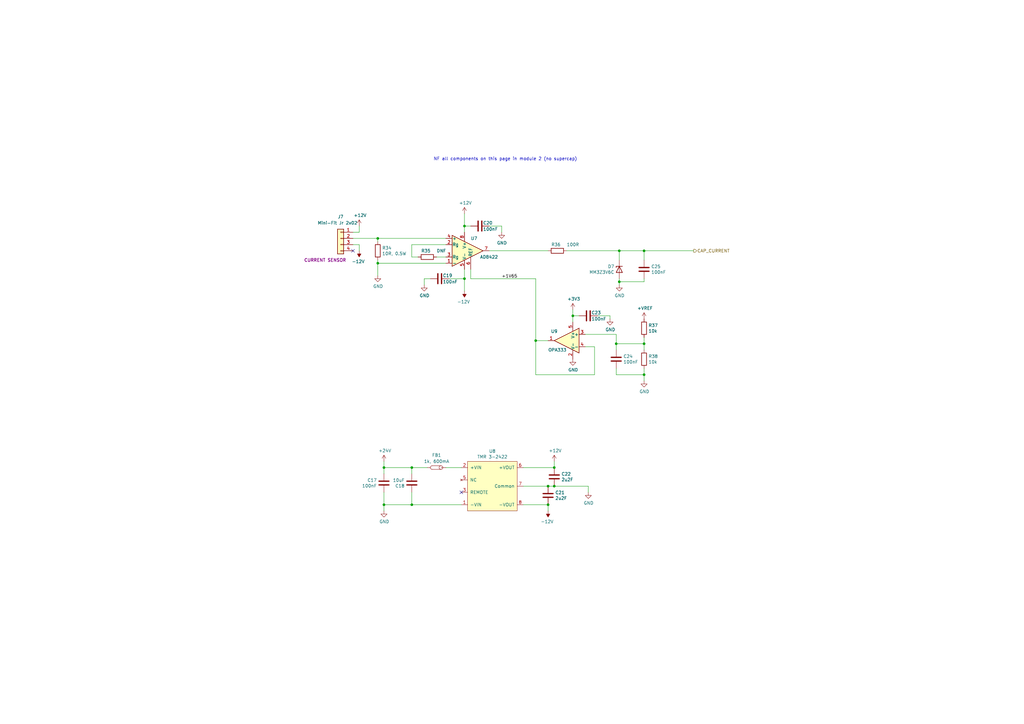
<source format=kicad_sch>
(kicad_sch (version 20211123) (generator eeschema)

  (uuid 567a04d6-5dce-4e5f-9e8e-f34010ecea5b)

  (paper "A3")

  (title_block
    (title "Loco Main Board")
    (date "2021-05-26")
    (rev "vA")
    (comment 1 "MJ")
  )

  (lib_symbols
    (symbol "RCAS_Connectors_Generic:Conn_01x04" (pin_names (offset 1.016) hide) (in_bom yes) (on_board yes)
      (property "Reference" "J" (id 0) (at 0 5.08 0)
        (effects (font (size 1.27 1.27)))
      )
      (property "Value" "Conn_01x04" (id 1) (at 0 -7.62 0)
        (effects (font (size 1.27 1.27)))
      )
      (property "Footprint" "" (id 2) (at 0 0 0)
        (effects (font (size 1.27 1.27)) hide)
      )
      (property "Datasheet" "~" (id 3) (at 0 0 0)
        (effects (font (size 1.27 1.27)) hide)
      )
      (property "ki_keywords" "connector" (id 4) (at 0 0 0)
        (effects (font (size 1.27 1.27)) hide)
      )
      (property "ki_description" "Generic connector, single row, 01x04, script generated (kicad-library-utils/schlib/autogen/connector/)" (id 5) (at 0 0 0)
        (effects (font (size 1.27 1.27)) hide)
      )
      (property "ki_fp_filters" "Connector*:*_1x??_*" (id 6) (at 0 0 0)
        (effects (font (size 1.27 1.27)) hide)
      )
      (symbol "Conn_01x04_1_1"
        (rectangle (start -1.27 -4.953) (end 0 -5.207)
          (stroke (width 0.1524) (type default) (color 0 0 0 0))
          (fill (type none))
        )
        (rectangle (start -1.27 -2.413) (end 0 -2.667)
          (stroke (width 0.1524) (type default) (color 0 0 0 0))
          (fill (type none))
        )
        (rectangle (start -1.27 0.127) (end 0 -0.127)
          (stroke (width 0.1524) (type default) (color 0 0 0 0))
          (fill (type none))
        )
        (rectangle (start -1.27 2.667) (end 0 2.413)
          (stroke (width 0.1524) (type default) (color 0 0 0 0))
          (fill (type none))
        )
        (rectangle (start -1.27 3.81) (end 1.27 -6.35)
          (stroke (width 0.254) (type default) (color 0 0 0 0))
          (fill (type background))
        )
        (pin passive line (at -5.08 2.54 0) (length 3.81)
          (name "Pin_1" (effects (font (size 1.27 1.27))))
          (number "1" (effects (font (size 1.27 1.27))))
        )
        (pin passive line (at -5.08 0 0) (length 3.81)
          (name "Pin_2" (effects (font (size 1.27 1.27))))
          (number "2" (effects (font (size 1.27 1.27))))
        )
        (pin passive line (at -5.08 -2.54 0) (length 3.81)
          (name "Pin_3" (effects (font (size 1.27 1.27))))
          (number "3" (effects (font (size 1.27 1.27))))
        )
        (pin passive line (at -5.08 -5.08 0) (length 3.81)
          (name "Pin_4" (effects (font (size 1.27 1.27))))
          (number "4" (effects (font (size 1.27 1.27))))
        )
      )
    )
    (symbol "RCAS_Diodes:D_Zener" (pin_numbers hide) (pin_names (offset 1.016) hide) (in_bom yes) (on_board yes)
      (property "Reference" "D" (id 0) (at 0 2.54 0)
        (effects (font (size 1.27 1.27)))
      )
      (property "Value" "D_Zener" (id 1) (at 0 -2.54 0)
        (effects (font (size 1.27 1.27)))
      )
      (property "Footprint" "" (id 2) (at 0 0 0)
        (effects (font (size 1.27 1.27)) hide)
      )
      (property "Datasheet" "~" (id 3) (at 0 0 0)
        (effects (font (size 1.27 1.27)) hide)
      )
      (property "ki_keywords" "diode" (id 4) (at 0 0 0)
        (effects (font (size 1.27 1.27)) hide)
      )
      (property "ki_description" "Zener diode" (id 5) (at 0 0 0)
        (effects (font (size 1.27 1.27)) hide)
      )
      (property "ki_fp_filters" "TO-???* *_Diode_* *SingleDiode* D_*" (id 6) (at 0 0 0)
        (effects (font (size 1.27 1.27)) hide)
      )
      (symbol "D_Zener_0_1"
        (polyline
          (pts
            (xy 1.27 0)
            (xy -1.27 0)
          )
          (stroke (width 0) (type default) (color 0 0 0 0))
          (fill (type none))
        )
        (polyline
          (pts
            (xy -1.27 -1.27)
            (xy -1.27 1.27)
            (xy -0.762 1.27)
          )
          (stroke (width 0.254) (type default) (color 0 0 0 0))
          (fill (type none))
        )
        (polyline
          (pts
            (xy 1.27 -1.27)
            (xy 1.27 1.27)
            (xy -1.27 0)
            (xy 1.27 -1.27)
          )
          (stroke (width 0.254) (type default) (color 0 0 0 0))
          (fill (type none))
        )
      )
      (symbol "D_Zener_1_1"
        (pin passive line (at -3.81 0 0) (length 2.54)
          (name "K" (effects (font (size 1.27 1.27))))
          (number "1" (effects (font (size 1.27 1.27))))
        )
        (pin passive line (at 3.81 0 180) (length 2.54)
          (name "A" (effects (font (size 1.27 1.27))))
          (number "2" (effects (font (size 1.27 1.27))))
        )
      )
    )
    (symbol "RCAS_Instrumentation_Amplifiers:INA826" (pin_names (offset 0.127)) (in_bom yes) (on_board yes)
      (property "Reference" "U" (id 0) (at 3.81 3.175 0)
        (effects (font (size 1.27 1.27)) (justify left))
      )
      (property "Value" "INA826" (id 1) (at 3.81 -3.175 0)
        (effects (font (size 1.27 1.27)) (justify left))
      )
      (property "Footprint" "" (id 2) (at 2.54 0 0)
        (effects (font (size 1.27 1.27)) hide)
      )
      (property "Datasheet" "" (id 3) (at 2.54 0 0)
        (effects (font (size 1.27 1.27)) hide)
      )
      (property "ki_keywords" "instrumentation opamp" (id 4) (at 0 0 0)
        (effects (font (size 1.27 1.27)) hide)
      )
      (property "ki_description" "Precision, Rail to Rail Output, 3V - 36V Supply, Instrumentation Amplifier, Gain 1 to 1000" (id 5) (at 0 0 0)
        (effects (font (size 1.27 1.27)) hide)
      )
      (symbol "INA826_0_1"
        (polyline
          (pts
            (xy 7.62 0)
            (xy -5.08 6.35)
            (xy -5.08 -6.35)
            (xy 7.62 0)
          )
          (stroke (width 0.254) (type default) (color 0 0 0 0))
          (fill (type background))
        )
      )
      (symbol "INA826_1_1"
        (pin input line (at -7.62 -5.08 0) (length 2.54)
          (name "-" (effects (font (size 1.27 1.27))))
          (number "1" (effects (font (size 1.27 1.27))))
        )
        (pin passive line (at -7.62 2.54 0) (length 2.54)
          (name "Rg" (effects (font (size 1.27 1.27))))
          (number "2" (effects (font (size 1.27 1.27))))
        )
        (pin passive line (at -7.62 -2.54 0) (length 2.54)
          (name "Rg" (effects (font (size 1.27 1.27))))
          (number "3" (effects (font (size 1.27 1.27))))
        )
        (pin input line (at -7.62 5.08 0) (length 2.54)
          (name "+" (effects (font (size 1.27 1.27))))
          (number "4" (effects (font (size 1.27 1.27))))
        )
        (pin power_in line (at 0 -7.62 90) (length 3.81)
          (name "V-" (effects (font (size 1.27 1.27))))
          (number "5" (effects (font (size 1.27 1.27))))
        )
        (pin input line (at 2.54 -7.62 90) (length 5.08)
          (name "REF" (effects (font (size 1.27 1.27))))
          (number "6" (effects (font (size 1.27 1.27))))
        )
        (pin output line (at 10.16 0 180) (length 2.54)
          (name "~" (effects (font (size 1.27 1.27))))
          (number "7" (effects (font (size 1.27 1.27))))
        )
        (pin power_in line (at 0 7.62 270) (length 3.81)
          (name "V+" (effects (font (size 1.27 1.27))))
          (number "8" (effects (font (size 1.27 1.27))))
        )
      )
    )
    (symbol "RCAS_Op-Amps:Op-Amp_Generic_SOT23-5_1OUT,2V-,3IN+,4IN-,5V+" (pin_names (offset 0.127)) (in_bom yes) (on_board yes)
      (property "Reference" "U" (id 0) (at 2.54 5.08 0)
        (effects (font (size 1.27 1.27)))
      )
      (property "Value" "Op-Amp_Generic_SOT23-5_1OUT,2V-,3IN+,4IN-,5V+" (id 1) (at 27.94 -5.08 0)
        (effects (font (size 1.27 1.27)))
      )
      (property "Footprint" "" (id 2) (at 0 0 0)
        (effects (font (size 0.762 0.762)) hide)
      )
      (property "Datasheet" "" (id 3) (at 0 0 0)
        (effects (font (size 0.762 0.762)) hide)
      )
      (symbol "Op-Amp_Generic_SOT23-5_1OUT,2V-,3IN+,4IN-,5V+_1_1"
        (polyline
          (pts
            (xy -2.54 5.08)
            (xy 7.62 0)
            (xy -2.54 -5.08)
            (xy -2.54 5.08)
          )
          (stroke (width 0.254) (type default) (color 0 0 0 0))
          (fill (type background))
        )
        (pin output line (at 10.16 0 180) (length 2.54)
          (name "~" (effects (font (size 1.27 1.27))))
          (number "1" (effects (font (size 1.27 1.27))))
        )
        (pin power_in line (at 0 -7.62 90) (length 3.81)
          (name "V-" (effects (font (size 1.27 1.27))))
          (number "2" (effects (font (size 1.27 1.27))))
        )
        (pin input line (at -5.08 2.54 0) (length 2.54)
          (name "+" (effects (font (size 1.27 1.27))))
          (number "3" (effects (font (size 1.27 1.27))))
        )
        (pin input line (at -5.08 -2.54 0) (length 2.54)
          (name "-" (effects (font (size 1.27 1.27))))
          (number "4" (effects (font (size 1.27 1.27))))
        )
        (pin power_in line (at 0 7.62 270) (length 3.81)
          (name "V+" (effects (font (size 1.27 1.27))))
          (number "5" (effects (font (size 1.27 1.27))))
        )
      )
    )
    (symbol "RCAS_Passives:Capacitor" (pin_numbers hide) (pin_names (offset 0.254)) (in_bom yes) (on_board yes)
      (property "Reference" "C" (id 0) (at 0.635 2.54 0)
        (effects (font (size 1.27 1.27)) (justify left))
      )
      (property "Value" "Capacitor" (id 1) (at 0.635 -2.54 0)
        (effects (font (size 1.27 1.27)) (justify left))
      )
      (property "Footprint" "" (id 2) (at 0.9652 -3.81 0)
        (effects (font (size 1.27 1.27)) hide)
      )
      (property "Datasheet" "~" (id 3) (at 0 0 0)
        (effects (font (size 1.27 1.27)) hide)
      )
      (property "ki_keywords" "cap capacitor" (id 4) (at 0 0 0)
        (effects (font (size 1.27 1.27)) hide)
      )
      (property "ki_description" "Unpolarized capacitor" (id 5) (at 0 0 0)
        (effects (font (size 1.27 1.27)) hide)
      )
      (property "ki_fp_filters" "C_*" (id 6) (at 0 0 0)
        (effects (font (size 1.27 1.27)) hide)
      )
      (symbol "Capacitor_0_1"
        (polyline
          (pts
            (xy -2.032 -0.762)
            (xy 2.032 -0.762)
          )
          (stroke (width 0.508) (type default) (color 0 0 0 0))
          (fill (type none))
        )
        (polyline
          (pts
            (xy -2.032 0.762)
            (xy 2.032 0.762)
          )
          (stroke (width 0.508) (type default) (color 0 0 0 0))
          (fill (type none))
        )
      )
      (symbol "Capacitor_1_1"
        (pin passive line (at 0 3.81 270) (length 2.794)
          (name "~" (effects (font (size 1.27 1.27))))
          (number "1" (effects (font (size 1.27 1.27))))
        )
        (pin passive line (at 0 -3.81 90) (length 2.794)
          (name "~" (effects (font (size 1.27 1.27))))
          (number "2" (effects (font (size 1.27 1.27))))
        )
      )
    )
    (symbol "RCAS_Passives:Ferrite_Bead" (pin_numbers hide) (pin_names (offset 0)) (in_bom yes) (on_board yes)
      (property "Reference" "FB" (id 0) (at -1.905 0.635 90)
        (effects (font (size 1.27 1.27)))
      )
      (property "Value" "Ferrite_Bead" (id 1) (at 1.905 0.635 90)
        (effects (font (size 1.27 1.27)))
      )
      (property "Footprint" "" (id 2) (at -3.048 1.27 90)
        (effects (font (size 1.27 1.27)) hide)
      )
      (property "Datasheet" "~" (id 3) (at -1.27 1.27 0)
        (effects (font (size 1.27 1.27)) hide)
      )
      (property "ki_keywords" "L ferrite bead inductor filter" (id 4) (at 0 0 0)
        (effects (font (size 1.27 1.27)) hide)
      )
      (property "ki_description" "Ferrite bead" (id 5) (at 0 0 0)
        (effects (font (size 1.27 1.27)) hide)
      )
      (property "ki_fp_filters" "Inductor_* L_* *Ferrite*" (id 6) (at 0 0 0)
        (effects (font (size 1.27 1.27)) hide)
      )
      (symbol "Ferrite_Bead_0_1"
        (arc (start -0.762 -1.778) (mid 0 -2.54) (end 0.762 -1.778)
          (stroke (width 0) (type default) (color 0 0 0 0))
          (fill (type none))
        )
        (polyline
          (pts
            (xy -0.762 -1.778)
            (xy -0.762 1.778)
          )
          (stroke (width 0) (type default) (color 0 0 0 0))
          (fill (type none))
        )
        (polyline
          (pts
            (xy 0.762 -1.778)
            (xy 0.762 1.778)
          )
          (stroke (width 0) (type default) (color 0 0 0 0))
          (fill (type none))
        )
        (circle (center 0 1.778) (radius 0.762)
          (stroke (width 0) (type default) (color 0 0 0 0))
          (fill (type none))
        )
      )
      (symbol "Ferrite_Bead_1_1"
        (pin passive line (at 0 3.81 270) (length 2.032)
          (name "~" (effects (font (size 1.27 1.27))))
          (number "1" (effects (font (size 1.27 1.27))))
        )
        (pin passive line (at 0 -3.81 90) (length 1.27)
          (name "~" (effects (font (size 1.27 1.27))))
          (number "2" (effects (font (size 1.27 1.27))))
        )
      )
    )
    (symbol "RCAS_Passives:Resistor" (pin_numbers hide) (pin_names (offset 0)) (in_bom yes) (on_board yes)
      (property "Reference" "R" (id 0) (at 2.032 0 90)
        (effects (font (size 1.27 1.27)))
      )
      (property "Value" "Resistor" (id 1) (at 0 0 90)
        (effects (font (size 1.27 1.27)))
      )
      (property "Footprint" "" (id 2) (at -1.778 0 90)
        (effects (font (size 1.27 1.27)) hide)
      )
      (property "Datasheet" "~" (id 3) (at 0 0 0)
        (effects (font (size 1.27 1.27)) hide)
      )
      (property "ki_keywords" "R res resistor" (id 4) (at 0 0 0)
        (effects (font (size 1.27 1.27)) hide)
      )
      (property "ki_description" "Resistor" (id 5) (at 0 0 0)
        (effects (font (size 1.27 1.27)) hide)
      )
      (property "ki_fp_filters" "R_*" (id 6) (at 0 0 0)
        (effects (font (size 1.27 1.27)) hide)
      )
      (symbol "Resistor_0_1"
        (rectangle (start -1.016 -2.54) (end 1.016 2.54)
          (stroke (width 0.254) (type default) (color 0 0 0 0))
          (fill (type none))
        )
      )
      (symbol "Resistor_1_1"
        (pin passive line (at 0 3.81 270) (length 1.27)
          (name "~" (effects (font (size 1.27 1.27))))
          (number "1" (effects (font (size 1.27 1.27))))
        )
        (pin passive line (at 0 -3.81 90) (length 1.27)
          (name "~" (effects (font (size 1.27 1.27))))
          (number "2" (effects (font (size 1.27 1.27))))
        )
      )
    )
    (symbol "RCAS_Power_Symbols:+12V0" (power) (pin_names (offset 0)) (in_bom yes) (on_board yes)
      (property "Reference" "#PWR" (id 0) (at 0 -3.81 0)
        (effects (font (size 1.27 1.27)) hide)
      )
      (property "Value" "+12V0" (id 1) (at 0 3.556 0)
        (effects (font (size 1.27 1.27)))
      )
      (property "Footprint" "" (id 2) (at 0 0 0)
        (effects (font (size 1.27 1.27)) hide)
      )
      (property "Datasheet" "" (id 3) (at 0 0 0)
        (effects (font (size 1.27 1.27)) hide)
      )
      (property "ki_keywords" "power-flag" (id 4) (at 0 0 0)
        (effects (font (size 1.27 1.27)) hide)
      )
      (property "ki_description" "Power symbol creates a global label with name \"+12V0\"" (id 5) (at 0 0 0)
        (effects (font (size 1.27 1.27)) hide)
      )
      (symbol "+12V0_0_1"
        (polyline
          (pts
            (xy -0.762 1.27)
            (xy 0 2.54)
          )
          (stroke (width 0) (type default) (color 0 0 0 0))
          (fill (type none))
        )
        (polyline
          (pts
            (xy 0 0)
            (xy 0 2.54)
          )
          (stroke (width 0) (type default) (color 0 0 0 0))
          (fill (type none))
        )
        (polyline
          (pts
            (xy 0 2.54)
            (xy 0.762 1.27)
          )
          (stroke (width 0) (type default) (color 0 0 0 0))
          (fill (type none))
        )
      )
      (symbol "+12V0_1_1"
        (pin power_in line (at 0 0 90) (length 0) hide
          (name "+12V" (effects (font (size 1.27 1.27))))
          (number "1" (effects (font (size 1.27 1.27))))
        )
      )
    )
    (symbol "RCAS_Power_Symbols:+24V0" (power) (pin_names (offset 0)) (in_bom yes) (on_board yes)
      (property "Reference" "#PWR" (id 0) (at 0 -3.81 0)
        (effects (font (size 1.27 1.27)) hide)
      )
      (property "Value" "+24V0" (id 1) (at 0 3.556 0)
        (effects (font (size 1.27 1.27)))
      )
      (property "Footprint" "" (id 2) (at 0 0 0)
        (effects (font (size 1.27 1.27)) hide)
      )
      (property "Datasheet" "" (id 3) (at 0 0 0)
        (effects (font (size 1.27 1.27)) hide)
      )
      (property "ki_keywords" "power-flag" (id 4) (at 0 0 0)
        (effects (font (size 1.27 1.27)) hide)
      )
      (property "ki_description" "Power symbol creates a global label with name \"+24V0\"" (id 5) (at 0 0 0)
        (effects (font (size 1.27 1.27)) hide)
      )
      (symbol "+24V0_0_1"
        (polyline
          (pts
            (xy -0.762 1.27)
            (xy 0 2.54)
          )
          (stroke (width 0) (type default) (color 0 0 0 0))
          (fill (type none))
        )
        (polyline
          (pts
            (xy 0 0)
            (xy 0 2.54)
          )
          (stroke (width 0) (type default) (color 0 0 0 0))
          (fill (type none))
        )
        (polyline
          (pts
            (xy 0 2.54)
            (xy 0.762 1.27)
          )
          (stroke (width 0) (type default) (color 0 0 0 0))
          (fill (type none))
        )
      )
      (symbol "+24V0_1_1"
        (pin power_in line (at 0 0 90) (length 0) hide
          (name "+24V" (effects (font (size 1.27 1.27))))
          (number "1" (effects (font (size 1.27 1.27))))
        )
      )
    )
    (symbol "RCAS_Power_Symbols:+3V3" (power) (pin_names (offset 0)) (in_bom yes) (on_board yes)
      (property "Reference" "#PWR" (id 0) (at 0 -3.81 0)
        (effects (font (size 1.27 1.27)) hide)
      )
      (property "Value" "+3V3" (id 1) (at 0 3.556 0)
        (effects (font (size 1.27 1.27)))
      )
      (property "Footprint" "" (id 2) (at 0 0 0)
        (effects (font (size 1.27 1.27)) hide)
      )
      (property "Datasheet" "" (id 3) (at 0 0 0)
        (effects (font (size 1.27 1.27)) hide)
      )
      (property "ki_keywords" "power-flag" (id 4) (at 0 0 0)
        (effects (font (size 1.27 1.27)) hide)
      )
      (property "ki_description" "Power symbol creates a global label with name \"+3V3\"" (id 5) (at 0 0 0)
        (effects (font (size 1.27 1.27)) hide)
      )
      (symbol "+3V3_0_1"
        (polyline
          (pts
            (xy -0.762 1.27)
            (xy 0 2.54)
          )
          (stroke (width 0) (type default) (color 0 0 0 0))
          (fill (type none))
        )
        (polyline
          (pts
            (xy 0 0)
            (xy 0 2.54)
          )
          (stroke (width 0) (type default) (color 0 0 0 0))
          (fill (type none))
        )
        (polyline
          (pts
            (xy 0 2.54)
            (xy 0.762 1.27)
          )
          (stroke (width 0) (type default) (color 0 0 0 0))
          (fill (type none))
        )
      )
      (symbol "+3V3_1_1"
        (pin power_in line (at 0 0 90) (length 0) hide
          (name "+3V3" (effects (font (size 1.27 1.27))))
          (number "1" (effects (font (size 1.27 1.27))))
        )
      )
    )
    (symbol "RCAS_Power_Symbols:+VREF" (power) (pin_names (offset 0)) (in_bom yes) (on_board yes)
      (property "Reference" "#PWR" (id 0) (at 0 -3.81 0)
        (effects (font (size 1.27 1.27)) hide)
      )
      (property "Value" "+VREF" (id 1) (at 0 3.556 0)
        (effects (font (size 1.27 1.27)))
      )
      (property "Footprint" "" (id 2) (at 0 0 0)
        (effects (font (size 1.27 1.27)) hide)
      )
      (property "Datasheet" "" (id 3) (at 0 0 0)
        (effects (font (size 1.27 1.27)) hide)
      )
      (property "ki_keywords" "power-flag" (id 4) (at 0 0 0)
        (effects (font (size 1.27 1.27)) hide)
      )
      (property "ki_description" "Power symbol creates a global label with name \"+VBAT\"" (id 5) (at 0 0 0)
        (effects (font (size 1.27 1.27)) hide)
      )
      (symbol "+VREF_0_1"
        (polyline
          (pts
            (xy -0.762 1.27)
            (xy 0 2.54)
          )
          (stroke (width 0) (type default) (color 0 0 0 0))
          (fill (type none))
        )
        (polyline
          (pts
            (xy 0 0)
            (xy 0 2.54)
          )
          (stroke (width 0) (type default) (color 0 0 0 0))
          (fill (type none))
        )
        (polyline
          (pts
            (xy 0 2.54)
            (xy 0.762 1.27)
          )
          (stroke (width 0) (type default) (color 0 0 0 0))
          (fill (type none))
        )
      )
      (symbol "+VREF_1_1"
        (pin power_in line (at 0 0 90) (length 0) hide
          (name "+VREF" (effects (font (size 1.27 1.27))))
          (number "1" (effects (font (size 1.27 1.27))))
        )
      )
    )
    (symbol "RCAS_Power_Symbols:-12V0" (power) (pin_names (offset 0)) (in_bom yes) (on_board yes)
      (property "Reference" "#PWR" (id 0) (at 0 2.54 0)
        (effects (font (size 1.27 1.27)) hide)
      )
      (property "Value" "-12V0" (id 1) (at 0 3.81 0)
        (effects (font (size 1.27 1.27)))
      )
      (property "Footprint" "" (id 2) (at 0 0 0)
        (effects (font (size 1.27 1.27)) hide)
      )
      (property "Datasheet" "" (id 3) (at 0 0 0)
        (effects (font (size 1.27 1.27)) hide)
      )
      (property "ki_keywords" "power-flag" (id 4) (at 0 0 0)
        (effects (font (size 1.27 1.27)) hide)
      )
      (property "ki_description" "Power symbol creates a global label with name \"-12V0\"" (id 5) (at 0 0 0)
        (effects (font (size 1.27 1.27)) hide)
      )
      (symbol "-12V0_0_0"
        (pin power_in line (at 0 0 90) (length 0) hide
          (name "-12V" (effects (font (size 1.27 1.27))))
          (number "1" (effects (font (size 1.27 1.27))))
        )
      )
      (symbol "-12V0_0_1"
        (polyline
          (pts
            (xy 0 0)
            (xy 0 1.27)
            (xy 0.762 1.27)
            (xy 0 2.54)
            (xy -0.762 1.27)
            (xy 0 1.27)
          )
          (stroke (width 0) (type default) (color 0 0 0 0))
          (fill (type outline))
        )
      )
    )
    (symbol "RCAS_Power_Symbols:GND" (power) (pin_names (offset 0)) (in_bom yes) (on_board yes)
      (property "Reference" "#PWR" (id 0) (at 0 -6.35 0)
        (effects (font (size 1.27 1.27)) hide)
      )
      (property "Value" "GND" (id 1) (at 0 -3.81 0)
        (effects (font (size 1.27 1.27)))
      )
      (property "Footprint" "" (id 2) (at 0 0 0)
        (effects (font (size 1.27 1.27)) hide)
      )
      (property "Datasheet" "" (id 3) (at 0 0 0)
        (effects (font (size 1.27 1.27)) hide)
      )
      (property "ki_keywords" "power-flag" (id 4) (at 0 0 0)
        (effects (font (size 1.27 1.27)) hide)
      )
      (property "ki_description" "Power symbol creates a global label with name \"GND\" , ground" (id 5) (at 0 0 0)
        (effects (font (size 1.27 1.27)) hide)
      )
      (symbol "GND_0_1"
        (polyline
          (pts
            (xy 0 0)
            (xy 0 -1.27)
            (xy 1.27 -1.27)
            (xy 0 -2.54)
            (xy -1.27 -1.27)
            (xy 0 -1.27)
          )
          (stroke (width 0) (type default) (color 0 0 0 0))
          (fill (type none))
        )
      )
      (symbol "GND_1_1"
        (pin power_in line (at 0 0 270) (length 0) hide
          (name "GND" (effects (font (size 1.27 1.27))))
          (number "1" (effects (font (size 1.27 1.27))))
        )
      )
    )
    (symbol "RCAS_Regulators_Switch-Mode:TRACO_TMR3_Series_Dual_Output" (pin_names (offset 1.016)) (in_bom yes) (on_board yes)
      (property "Reference" "U" (id 0) (at 0 15.24 0)
        (effects (font (size 1.27 1.27)))
      )
      (property "Value" "TRACO_TMR3_Series_Dual_Output" (id 1) (at 0 12.7 0)
        (effects (font (size 1.27 1.27)))
      )
      (property "Footprint" "" (id 2) (at 0 12.7 0)
        (effects (font (size 1.27 1.27)) hide)
      )
      (property "Datasheet" "" (id 3) (at 0 12.7 0)
        (effects (font (size 1.27 1.27)) hide)
      )
      (property "ki_description" "3W Isolated DC-DC converter, SIP8, Dual Output" (id 4) (at 0 0 0)
        (effects (font (size 1.27 1.27)) hide)
      )
      (symbol "TRACO_TMR3_Series_Dual_Output_0_0"
        (pin power_in line (at -12.7 -7.62 0) (length 2.54)
          (name "-VIN" (effects (font (size 1.27 1.27))))
          (number "1" (effects (font (size 1.27 1.27))))
        )
        (pin power_in line (at -12.7 7.62 0) (length 2.54)
          (name "+VIN" (effects (font (size 1.27 1.27))))
          (number "2" (effects (font (size 1.27 1.27))))
        )
        (pin input line (at -12.7 -2.54 0) (length 2.54)
          (name "REMOTE" (effects (font (size 1.27 1.27))))
          (number "3" (effects (font (size 1.27 1.27))))
        )
        (pin no_connect line (at -12.7 2.54 0) (length 2.54)
          (name "NC" (effects (font (size 1.27 1.27))))
          (number "5" (effects (font (size 1.27 1.27))))
        )
        (pin power_out line (at 12.7 7.62 180) (length 2.54)
          (name "+VOUT" (effects (font (size 1.27 1.27))))
          (number "6" (effects (font (size 1.27 1.27))))
        )
        (pin passive line (at 12.7 0 180) (length 2.54)
          (name "Common" (effects (font (size 1.27 1.27))))
          (number "7" (effects (font (size 1.27 1.27))))
        )
        (pin power_out line (at 12.7 -7.62 180) (length 2.54)
          (name "-VOUT" (effects (font (size 1.27 1.27))))
          (number "8" (effects (font (size 1.27 1.27))))
        )
      )
      (symbol "TRACO_TMR3_Series_Dual_Output_0_1"
        (rectangle (start -10.16 10.16) (end 10.16 -10.16)
          (stroke (width 0) (type default) (color 0 0 0 0))
          (fill (type background))
        )
      )
    )
  )

  (junction (at 264.16 140.97) (diameter 0) (color 0 0 0 0)
    (uuid 0208dcec-5844-41d6-8382-4437ac8ac82d)
  )
  (junction (at 224.79 199.39) (diameter 0) (color 0 0 0 0)
    (uuid 09321bf4-1ea1-49b5-b1f9-ac29d6606a74)
  )
  (junction (at 190.5 114.3) (diameter 0) (color 0 0 0 0)
    (uuid 4625ef31-ba9f-4b3e-8ebc-93b4658ad74a)
  )
  (junction (at 252.73 140.97) (diameter 0) (color 0 0 0 0)
    (uuid 4c069f0b-8c76-44a0-a999-7bd72a3e8dee)
  )
  (junction (at 227.33 199.39) (diameter 0) (color 0 0 0 0)
    (uuid 5b867f3d-ce38-4d21-95dd-fe114f76e9dc)
  )
  (junction (at 224.79 207.01) (diameter 0) (color 0 0 0 0)
    (uuid 6dfa921c-8a4f-4fcf-a0e7-8718b6271ea9)
  )
  (junction (at 254 115.57) (diameter 0) (color 0 0 0 0)
    (uuid 704ba6e6-ee13-4d9d-b544-d836a743bdda)
  )
  (junction (at 254 102.87) (diameter 0) (color 0 0 0 0)
    (uuid 7147b342-4ca8-4694-a1ec-b615c151a5d0)
  )
  (junction (at 168.91 191.77) (diameter 0) (color 0 0 0 0)
    (uuid 7cbc8c8d-fbc1-4902-ac93-6c241131aada)
  )
  (junction (at 234.95 129.54) (diameter 0) (color 0 0 0 0)
    (uuid 85621d90-361e-49b6-9449-b54a16cce021)
  )
  (junction (at 154.94 97.79) (diameter 0) (color 0 0 0 0)
    (uuid 86f6faec-7eee-404c-a73a-2ae625f33d8c)
  )
  (junction (at 264.16 102.87) (diameter 0) (color 0 0 0 0)
    (uuid 8eacb9d3-c41d-4b39-abd1-0bc8f2e97411)
  )
  (junction (at 157.48 191.77) (diameter 0) (color 0 0 0 0)
    (uuid 96815f61-f3f5-43c2-b68f-856577233f16)
  )
  (junction (at 154.94 107.95) (diameter 0) (color 0 0 0 0)
    (uuid a16dbf15-8f5b-4766-b048-90ba89efcc02)
  )
  (junction (at 227.33 191.77) (diameter 0) (color 0 0 0 0)
    (uuid ab26a42e-b7f6-4a80-b26c-c01085e448c7)
  )
  (junction (at 157.48 207.01) (diameter 0) (color 0 0 0 0)
    (uuid ad4fcc27-bf1e-4e2e-ab26-9b8032da7693)
  )
  (junction (at 264.16 153.67) (diameter 0) (color 0 0 0 0)
    (uuid bf26cee8-9c9f-4547-9a40-e7028b986d1e)
  )
  (junction (at 219.71 139.7) (diameter 0) (color 0 0 0 0)
    (uuid bf3524aa-7451-4bff-a4df-53f0aa1c0aeb)
  )
  (junction (at 168.91 207.01) (diameter 0) (color 0 0 0 0)
    (uuid c7524402-4dbd-4d05-888d-edab7e79a150)
  )
  (junction (at 190.5 92.71) (diameter 0) (color 0 0 0 0)
    (uuid ca2c5f3f-362b-4808-b8c2-86726d31aa11)
  )

  (no_connect (at 144.78 102.87) (uuid 76a87642-211c-44f2-a488-190d6dc3728e))
  (no_connect (at 189.23 201.93) (uuid d36e7ed4-f2bc-4d88-86ae-317d3c24af1a))

  (wire (pts (xy 147.32 92.71) (xy 147.32 95.25))
    (stroke (width 0) (type default) (color 0 0 0 0))
    (uuid 03d57b22-a0ad-4d3d-9d1c-5573371e6c2f)
  )
  (wire (pts (xy 232.41 102.87) (xy 254 102.87))
    (stroke (width 0) (type default) (color 0 0 0 0))
    (uuid 062fbe79-da43-4e6a-bd6f-509557f2df9b)
  )
  (wire (pts (xy 179.07 105.41) (xy 182.88 105.41))
    (stroke (width 0) (type default) (color 0 0 0 0))
    (uuid 0674c5a1-ca4b-4b6b-aa60-3847e1a37d52)
  )
  (wire (pts (xy 168.91 191.77) (xy 157.48 191.77))
    (stroke (width 0) (type default) (color 0 0 0 0))
    (uuid 098afe52-27f0-4ec0-bf39-4eb766d2a851)
  )
  (wire (pts (xy 154.94 107.95) (xy 182.88 107.95))
    (stroke (width 0) (type default) (color 0 0 0 0))
    (uuid 0aa1e38d-f07a-4820-b628-a171234563bb)
  )
  (wire (pts (xy 252.73 140.97) (xy 252.73 143.51))
    (stroke (width 0) (type default) (color 0 0 0 0))
    (uuid 121b7b08-bed9-441b-b060-efed31f37089)
  )
  (wire (pts (xy 252.73 140.97) (xy 264.16 140.97))
    (stroke (width 0) (type default) (color 0 0 0 0))
    (uuid 14a3cbec-b1b9-4736-8e00-ba5be98954ab)
  )
  (wire (pts (xy 157.48 191.77) (xy 157.48 194.31))
    (stroke (width 0) (type default) (color 0 0 0 0))
    (uuid 1558a593-7554-4709-a27f-f70400a2199d)
  )
  (wire (pts (xy 193.04 114.3) (xy 193.04 110.49))
    (stroke (width 0) (type default) (color 0 0 0 0))
    (uuid 1569382e-a4f5-4166-a19c-b78580f8c980)
  )
  (wire (pts (xy 147.32 95.25) (xy 144.78 95.25))
    (stroke (width 0) (type default) (color 0 0 0 0))
    (uuid 159c8092-f459-40eb-b409-c2cace814e6e)
  )
  (wire (pts (xy 168.91 194.31) (xy 168.91 191.77))
    (stroke (width 0) (type default) (color 0 0 0 0))
    (uuid 1a1da3ab-0792-420a-a2dd-c670f9cd52e8)
  )
  (wire (pts (xy 182.88 97.79) (xy 154.94 97.79))
    (stroke (width 0) (type default) (color 0 0 0 0))
    (uuid 1a85ffd6-ef8b-418f-990e-456d1ffab00e)
  )
  (wire (pts (xy 219.71 139.7) (xy 224.79 139.7))
    (stroke (width 0) (type default) (color 0 0 0 0))
    (uuid 1d2d8ec8-1f1b-4d06-9a35-eff8e386bdb8)
  )
  (wire (pts (xy 154.94 97.79) (xy 154.94 99.06))
    (stroke (width 0) (type default) (color 0 0 0 0))
    (uuid 1f01b2a1-9ae4-4793-9d17-5ed5c0966b9f)
  )
  (wire (pts (xy 193.04 114.3) (xy 219.71 114.3))
    (stroke (width 0) (type default) (color 0 0 0 0))
    (uuid 22614aba-2c26-4590-8e12-a7a6b6de48de)
  )
  (wire (pts (xy 254 102.87) (xy 254 106.68))
    (stroke (width 0) (type default) (color 0 0 0 0))
    (uuid 226f524c-89b4-46ed-86fd-c8ea41059fd4)
  )
  (wire (pts (xy 264.16 115.57) (xy 254 115.57))
    (stroke (width 0) (type default) (color 0 0 0 0))
    (uuid 2949af22-2432-469e-9f07-eee60be8acbd)
  )
  (wire (pts (xy 224.79 209.55) (xy 224.79 207.01))
    (stroke (width 0) (type default) (color 0 0 0 0))
    (uuid 2fea3f9c-a97b-4a77-88f7-98b3d8a00622)
  )
  (wire (pts (xy 157.48 189.23) (xy 157.48 191.77))
    (stroke (width 0) (type default) (color 0 0 0 0))
    (uuid 2ff15691-c9f8-4e08-a694-3230522780fc)
  )
  (wire (pts (xy 200.66 102.87) (xy 224.79 102.87))
    (stroke (width 0) (type default) (color 0 0 0 0))
    (uuid 39614f9f-2df5-492b-a093-45b7a48e295d)
  )
  (wire (pts (xy 243.84 142.24) (xy 243.84 153.67))
    (stroke (width 0) (type default) (color 0 0 0 0))
    (uuid 3bdaeac5-b4b7-4a96-b0da-b5e1b46798c2)
  )
  (wire (pts (xy 254 102.87) (xy 264.16 102.87))
    (stroke (width 0) (type default) (color 0 0 0 0))
    (uuid 3ce4c631-4e8b-4ee6-a520-34bf7b12880c)
  )
  (wire (pts (xy 264.16 102.87) (xy 264.16 106.68))
    (stroke (width 0) (type default) (color 0 0 0 0))
    (uuid 3cfddd47-0913-4692-89bb-8a69d22be5a7)
  )
  (wire (pts (xy 173.99 116.84) (xy 173.99 114.3))
    (stroke (width 0) (type default) (color 0 0 0 0))
    (uuid 3f206607-332e-4c96-8963-5302804f476f)
  )
  (wire (pts (xy 254 116.84) (xy 254 115.57))
    (stroke (width 0) (type default) (color 0 0 0 0))
    (uuid 3f9f133b-59b8-4791-b0ab-6fa861da9e3f)
  )
  (wire (pts (xy 219.71 153.67) (xy 219.71 139.7))
    (stroke (width 0) (type default) (color 0 0 0 0))
    (uuid 401b5a0c-f502-4551-9d61-fa50a303707e)
  )
  (wire (pts (xy 245.11 129.54) (xy 250.19 129.54))
    (stroke (width 0) (type default) (color 0 0 0 0))
    (uuid 4375ab9a-cebb-448a-bb75-1fa4fe977171)
  )
  (wire (pts (xy 264.16 156.21) (xy 264.16 153.67))
    (stroke (width 0) (type default) (color 0 0 0 0))
    (uuid 4e66ba18-389e-4ff9-97c1-8bd8fb047a01)
  )
  (wire (pts (xy 254 115.57) (xy 254 114.3))
    (stroke (width 0) (type default) (color 0 0 0 0))
    (uuid 51320c8c-9c4a-48b8-a7b8-e2c8d1f2e5ad)
  )
  (wire (pts (xy 189.23 191.77) (xy 182.88 191.77))
    (stroke (width 0) (type default) (color 0 0 0 0))
    (uuid 5b29962f-685a-409c-915c-9c4a92ed442a)
  )
  (wire (pts (xy 168.91 207.01) (xy 189.23 207.01))
    (stroke (width 0) (type default) (color 0 0 0 0))
    (uuid 5e27f565-c85a-4f3b-9862-58c0accdd5e3)
  )
  (wire (pts (xy 237.49 129.54) (xy 234.95 129.54))
    (stroke (width 0) (type default) (color 0 0 0 0))
    (uuid 61eb7a4f-888e-4082-9c74-1d94f58e7c05)
  )
  (wire (pts (xy 184.15 114.3) (xy 190.5 114.3))
    (stroke (width 0) (type default) (color 0 0 0 0))
    (uuid 6e21d8a8-05db-450e-863d-764ba51b5b58)
  )
  (wire (pts (xy 190.5 92.71) (xy 190.5 87.63))
    (stroke (width 0) (type default) (color 0 0 0 0))
    (uuid 6f3f676d-a47a-4e8c-8d6e-02275a3490d7)
  )
  (wire (pts (xy 264.16 114.3) (xy 264.16 115.57))
    (stroke (width 0) (type default) (color 0 0 0 0))
    (uuid 7983b95c-14e4-4dec-ab4e-09c81071d9de)
  )
  (wire (pts (xy 214.63 207.01) (xy 224.79 207.01))
    (stroke (width 0) (type default) (color 0 0 0 0))
    (uuid 7d3a9372-4f99-452e-9767-51a31df66106)
  )
  (wire (pts (xy 241.3 201.93) (xy 241.3 199.39))
    (stroke (width 0) (type default) (color 0 0 0 0))
    (uuid 7f4b7c2c-9af8-4317-9338-c2a6d8990ded)
  )
  (wire (pts (xy 264.16 102.87) (xy 284.48 102.87))
    (stroke (width 0) (type default) (color 0 0 0 0))
    (uuid 832b1e20-f118-4505-ad00-93c040f2f83d)
  )
  (wire (pts (xy 168.91 100.33) (xy 182.88 100.33))
    (stroke (width 0) (type default) (color 0 0 0 0))
    (uuid 835d4ac3-3fb1-48d9-8c28-6093fe917376)
  )
  (wire (pts (xy 227.33 199.39) (xy 241.3 199.39))
    (stroke (width 0) (type default) (color 0 0 0 0))
    (uuid 89be6ff8-dff7-4df0-876d-d5989d658e36)
  )
  (wire (pts (xy 168.91 201.93) (xy 168.91 207.01))
    (stroke (width 0) (type default) (color 0 0 0 0))
    (uuid 9050328c-80d1-449f-94a8-27658961ba9d)
  )
  (wire (pts (xy 219.71 139.7) (xy 219.71 114.3))
    (stroke (width 0) (type default) (color 0 0 0 0))
    (uuid 92822296-9b31-4c78-bfe1-2dc7c2e425bc)
  )
  (wire (pts (xy 190.5 92.71) (xy 193.04 92.71))
    (stroke (width 0) (type default) (color 0 0 0 0))
    (uuid 934c5f28-c928-4621-8122-b999b3ed10dd)
  )
  (wire (pts (xy 243.84 153.67) (xy 219.71 153.67))
    (stroke (width 0) (type default) (color 0 0 0 0))
    (uuid 9475edbb-286b-4bed-b5f0-0b68a18bdc52)
  )
  (wire (pts (xy 157.48 209.55) (xy 157.48 207.01))
    (stroke (width 0) (type default) (color 0 0 0 0))
    (uuid 9ba85d0a-e58f-45a8-9d86-ad6c976003b7)
  )
  (wire (pts (xy 252.73 137.16) (xy 252.73 140.97))
    (stroke (width 0) (type default) (color 0 0 0 0))
    (uuid 9d2af601-5327-4706-9acb-978b65e95af5)
  )
  (wire (pts (xy 264.16 140.97) (xy 264.16 143.51))
    (stroke (width 0) (type default) (color 0 0 0 0))
    (uuid 9fa58e42-4d1f-4e7f-a5a2-6fc9857446e3)
  )
  (wire (pts (xy 264.16 138.43) (xy 264.16 140.97))
    (stroke (width 0) (type default) (color 0 0 0 0))
    (uuid a2ead14b-89a8-4438-a7df-7876de28e69a)
  )
  (wire (pts (xy 224.79 199.39) (xy 214.63 199.39))
    (stroke (width 0) (type default) (color 0 0 0 0))
    (uuid a3a9b316-86eb-411d-82d0-37407c2e4142)
  )
  (wire (pts (xy 190.5 119.38) (xy 190.5 114.3))
    (stroke (width 0) (type default) (color 0 0 0 0))
    (uuid a6694369-d7a9-41d0-a88e-8a3c16982564)
  )
  (wire (pts (xy 224.79 199.39) (xy 227.33 199.39))
    (stroke (width 0) (type default) (color 0 0 0 0))
    (uuid aa52a4ee-249d-4f84-a65a-9c1702b5bb75)
  )
  (wire (pts (xy 168.91 105.41) (xy 168.91 100.33))
    (stroke (width 0) (type default) (color 0 0 0 0))
    (uuid aae29862-3850-48eb-b7a8-38a62a8029dd)
  )
  (wire (pts (xy 240.03 137.16) (xy 252.73 137.16))
    (stroke (width 0) (type default) (color 0 0 0 0))
    (uuid ac0e5582-f44c-4bc2-8ae7-2c3f1115fb00)
  )
  (wire (pts (xy 250.19 129.54) (xy 250.19 130.81))
    (stroke (width 0) (type default) (color 0 0 0 0))
    (uuid aeaaa120-9cc5-4520-9a70-067fbc8f5b7b)
  )
  (wire (pts (xy 173.99 114.3) (xy 176.53 114.3))
    (stroke (width 0) (type default) (color 0 0 0 0))
    (uuid b20fb198-6b0b-4cab-9ba8-ea9b46e8088f)
  )
  (wire (pts (xy 144.78 100.33) (xy 147.32 100.33))
    (stroke (width 0) (type default) (color 0 0 0 0))
    (uuid b4afdd30-7a78-4cd8-8670-bb6dd787dcdc)
  )
  (wire (pts (xy 252.73 153.67) (xy 252.73 151.13))
    (stroke (width 0) (type default) (color 0 0 0 0))
    (uuid cc5561df-9d20-4574-af60-64f10025a0ed)
  )
  (wire (pts (xy 154.94 113.03) (xy 154.94 107.95))
    (stroke (width 0) (type default) (color 0 0 0 0))
    (uuid cebfc912-6282-4a1e-923e-74c4961c2aad)
  )
  (wire (pts (xy 168.91 191.77) (xy 175.26 191.77))
    (stroke (width 0) (type default) (color 0 0 0 0))
    (uuid d0060422-f68b-4ffa-bca8-6f70dc4f862d)
  )
  (wire (pts (xy 171.45 105.41) (xy 168.91 105.41))
    (stroke (width 0) (type default) (color 0 0 0 0))
    (uuid d0111086-5d68-4ab0-b707-7da6b263c90b)
  )
  (wire (pts (xy 144.78 97.79) (xy 154.94 97.79))
    (stroke (width 0) (type default) (color 0 0 0 0))
    (uuid d3db736b-0e33-4126-b950-5488923df40e)
  )
  (wire (pts (xy 168.91 207.01) (xy 157.48 207.01))
    (stroke (width 0) (type default) (color 0 0 0 0))
    (uuid d5128f0b-0a4f-4337-a7f7-9a3dfe4ad4f9)
  )
  (wire (pts (xy 240.03 142.24) (xy 243.84 142.24))
    (stroke (width 0) (type default) (color 0 0 0 0))
    (uuid da7e6488-201f-4286-b86a-ca5aced3697a)
  )
  (wire (pts (xy 264.16 151.13) (xy 264.16 153.67))
    (stroke (width 0) (type default) (color 0 0 0 0))
    (uuid dc0df782-a446-4364-8dc7-0190637b5f77)
  )
  (wire (pts (xy 214.63 191.77) (xy 227.33 191.77))
    (stroke (width 0) (type default) (color 0 0 0 0))
    (uuid e2349eb5-0f2d-4c2a-b154-1cfe1ab9cd91)
  )
  (wire (pts (xy 154.94 106.68) (xy 154.94 107.95))
    (stroke (width 0) (type default) (color 0 0 0 0))
    (uuid e2df2a45-3811-4210-89e0-9a66f3cb9430)
  )
  (wire (pts (xy 234.95 127) (xy 234.95 129.54))
    (stroke (width 0) (type default) (color 0 0 0 0))
    (uuid e315fb88-f764-4ec7-a92b-006692d5e26f)
  )
  (wire (pts (xy 205.74 92.71) (xy 205.74 95.25))
    (stroke (width 0) (type default) (color 0 0 0 0))
    (uuid e62e65e6-b466-4769-8746-eb8cd9450c76)
  )
  (wire (pts (xy 234.95 129.54) (xy 234.95 132.08))
    (stroke (width 0) (type default) (color 0 0 0 0))
    (uuid e75a90f1-d275-4ca6-86ea-4b6dddffab59)
  )
  (wire (pts (xy 227.33 189.23) (xy 227.33 191.77))
    (stroke (width 0) (type default) (color 0 0 0 0))
    (uuid e8558fbd-ea42-43a6-966a-7bd304bdfaad)
  )
  (wire (pts (xy 264.16 153.67) (xy 252.73 153.67))
    (stroke (width 0) (type default) (color 0 0 0 0))
    (uuid f2a44eaf-666f-422c-bb4d-a717499c3d1a)
  )
  (wire (pts (xy 190.5 95.25) (xy 190.5 92.71))
    (stroke (width 0) (type default) (color 0 0 0 0))
    (uuid f413d088-6fb9-4a8a-88fd-666ff68b7fdf)
  )
  (wire (pts (xy 147.32 100.33) (xy 147.32 102.87))
    (stroke (width 0) (type default) (color 0 0 0 0))
    (uuid f46fb303-7470-41c0-b6e8-4553c1d6503f)
  )
  (wire (pts (xy 200.66 92.71) (xy 205.74 92.71))
    (stroke (width 0) (type default) (color 0 0 0 0))
    (uuid f7c5fcef-379b-481f-a910-961b8aba9e9d)
  )
  (wire (pts (xy 190.5 114.3) (xy 190.5 110.49))
    (stroke (width 0) (type default) (color 0 0 0 0))
    (uuid fa574bf3-ac2e-449d-91be-bcb1e35bdaba)
  )
  (wire (pts (xy 157.48 201.93) (xy 157.48 207.01))
    (stroke (width 0) (type default) (color 0 0 0 0))
    (uuid fed6a1e7-e233-4dff-87e0-8992a65c8dd0)
  )

  (text "NF all components on this page in module 2 (no supercap)"
    (at 177.8 66.04 0)
    (effects (font (size 1.27 1.27)) (justify left bottom))
    (uuid 99c0b885-9395-4eaa-a204-8d7dea094883)
  )

  (label "+1V65" (at 205.74 114.3 0)
    (effects (font (size 1.27 1.27)) (justify left bottom))
    (uuid 4116bfc2-eab3-4c29-a983-44eacd9f10f5)
  )

  (hierarchical_label "CAP_CURRENT" (shape output) (at 284.48 102.87 0)
    (effects (font (size 1.27 1.27)) (justify left))
    (uuid 56bbedad-6259-4443-b321-0ffa1f89c336)
  )

  (symbol (lib_id "RCAS_Op-Amps:Op-Amp_Generic_SOT23-5_1OUT,2V-,3IN+,4IN-,5V+") (at 234.95 139.7 0) (mirror y) (unit 1)
    (in_bom yes) (on_board yes)
    (uuid 00000000-0000-0000-0000-0000605bc497)
    (property "Reference" "U9" (id 0) (at 227.33 135.89 0))
    (property "Value" "OPA333" (id 1) (at 228.6 143.51 0))
    (property "Footprint" "RCAS_Package_TO_SOT_SMD:SOT-23-5_HandSoldering" (id 2) (at 234.95 139.7 0)
      (effects (font (size 0.762 0.762)) hide)
    )
    (property "Datasheet" "" (id 3) (at 234.95 139.7 0)
      (effects (font (size 0.762 0.762)) hide)
    )
    (property "Description" "Single Op-Amp, Zero Drift, Rail to Rail, SOT23-5" (id 4) (at 234.95 139.7 0)
      (effects (font (size 1.27 1.27)) hide)
    )
    (property "Manufacturer" "Texas Instruments" (id 5) (at 234.95 139.7 0)
      (effects (font (size 1.27 1.27)) hide)
    )
    (property "Manufacturer Part Number" "OPA333AIDBVR" (id 6) (at 234.95 139.7 0)
      (effects (font (size 1.27 1.27)) hide)
    )
    (property "Supplier" "Digikey" (id 7) (at 234.95 139.7 0)
      (effects (font (size 1.27 1.27)) hide)
    )
    (property "Supplier Part Number" "296-26269-1-ND" (id 8) (at 234.95 139.7 0)
      (effects (font (size 1.27 1.27)) hide)
    )
    (property "Cost" "1.83" (id 9) (at 234.95 139.7 0)
      (effects (font (size 1.27 1.27)) hide)
    )
    (property "LCSC" "C30878" (id 10) (at 234.95 139.7 0)
      (effects (font (size 1.27 1.27)) hide)
    )
    (property "Part Description" "Zero-Drift Amplifier 1 Circuit Rail-to-Rail SOT-23-5" (id 11) (at 234.95 139.7 0)
      (effects (font (size 1.27 1.27)) hide)
    )
    (pin "1" (uuid 22f7a9a7-52b7-4def-9f01-74ce752895c6))
    (pin "2" (uuid 3d357196-16a7-43c8-a9c0-2fb0aec0b012))
    (pin "3" (uuid 11140fd8-0def-4316-a095-29e1c8de2ccd))
    (pin "4" (uuid b9db4a05-93ce-46e5-9e56-f394110c5ac4))
    (pin "5" (uuid f324866e-a735-42d8-a578-c0d2751f87a4))
  )

  (symbol (lib_id "RCAS_Instrumentation_Amplifiers:INA826") (at 190.5 102.87 0) (unit 1)
    (in_bom yes) (on_board yes)
    (uuid 00000000-0000-0000-0000-0000605bc49d)
    (property "Reference" "U7" (id 0) (at 193.04 97.79 0)
      (effects (font (size 1.27 1.27)) (justify left))
    )
    (property "Value" "AD8422" (id 1) (at 196.85 105.41 0)
      (effects (font (size 1.27 1.27)) (justify left))
    )
    (property "Footprint" "RCAS_Package_SO:MSOP-8_3x3mm_P0.65mm" (id 2) (at 193.04 102.87 0)
      (effects (font (size 1.27 1.27)) hide)
    )
    (property "Datasheet" "" (id 3) (at 193.04 102.87 0)
      (effects (font (size 1.27 1.27)) hide)
    )
    (property "Manufacturer Part Number" "AD8422ARMZ-R7" (id 4) (at 190.5 102.87 0)
      (effects (font (size 1.27 1.27)) hide)
    )
    (property "Cost" "4.33" (id 5) (at 190.5 102.87 0)
      (effects (font (size 1.27 1.27)) hide)
    )
    (property "Manufacturer" "Analog Devices" (id 6) (at 190.5 102.87 0)
      (effects (font (size 1.27 1.27)) hide)
    )
    (property "Part Description" "Instrumentation Amplifier 1 Circuit Rail-to-Rail 8-MSOP" (id 7) (at 190.5 102.87 0)
      (effects (font (size 1.27 1.27)) hide)
    )
    (property "Supplier" "Digikey" (id 8) (at 190.5 102.87 0)
      (effects (font (size 1.27 1.27)) hide)
    )
    (property "Supplier Part Number" "AD8422ARMZ-R7CT-ND" (id 9) (at 190.5 102.87 0)
      (effects (font (size 1.27 1.27)) hide)
    )
    (pin "1" (uuid 93d9de47-3e9d-45a8-bbad-c09b2d359afd))
    (pin "2" (uuid accabc6c-343c-451b-b8a8-93d03011d950))
    (pin "3" (uuid e08f3a27-0dfe-4958-a096-9c518b5fc2be))
    (pin "4" (uuid a9090ae1-1d8a-4544-af93-ff577ec982a3))
    (pin "5" (uuid c61318d9-11c6-4932-9e6d-03ca4bb14172))
    (pin "6" (uuid 045c9dcb-1c2f-437e-b741-c898c0bc151a))
    (pin "7" (uuid 8415fb44-de71-4cbc-9133-9df37162e986))
    (pin "8" (uuid a1c4e8cd-207e-42eb-a8c2-7d09a891d7e5))
  )

  (symbol (lib_id "RCAS_Passives:Capacitor") (at 196.85 92.71 270) (unit 1)
    (in_bom yes) (on_board yes)
    (uuid 00000000-0000-0000-0000-0000605bc4a3)
    (property "Reference" "C20" (id 0) (at 198.12 91.44 90)
      (effects (font (size 1.27 1.27)) (justify left))
    )
    (property "Value" "100nF" (id 1) (at 198.12 93.98 90)
      (effects (font (size 1.27 1.27)) (justify left))
    )
    (property "Footprint" "RCAS_Capacitor_SMD:C_0603_1608Metric_Pad1.05x0.95mm_HandSolder" (id 2) (at 193.04 93.6752 0)
      (effects (font (size 1.27 1.27)) hide)
    )
    (property "Datasheet" "~" (id 3) (at 196.85 92.71 0)
      (effects (font (size 1.27 1.27)) hide)
    )
    (property "LCSC" "C14663" (id 4) (at 196.85 92.71 0)
      (effects (font (size 1.27 1.27)) hide)
    )
    (pin "1" (uuid 701aaab7-c7a6-4c51-841e-472a58a04d21))
    (pin "2" (uuid 5451d332-faa5-443e-8925-4a56e27518e6))
  )

  (symbol (lib_id "RCAS_Passives:Capacitor") (at 241.3 129.54 270) (unit 1)
    (in_bom yes) (on_board yes)
    (uuid 00000000-0000-0000-0000-0000605bc4bd)
    (property "Reference" "C23" (id 0) (at 242.57 128.27 90)
      (effects (font (size 1.27 1.27)) (justify left))
    )
    (property "Value" "100nF" (id 1) (at 242.57 130.81 90)
      (effects (font (size 1.27 1.27)) (justify left))
    )
    (property "Footprint" "RCAS_Capacitor_SMD:C_0603_1608Metric_Pad1.05x0.95mm_HandSolder" (id 2) (at 237.49 130.5052 0)
      (effects (font (size 1.27 1.27)) hide)
    )
    (property "Datasheet" "~" (id 3) (at 241.3 129.54 0)
      (effects (font (size 1.27 1.27)) hide)
    )
    (property "LCSC" "C14663" (id 4) (at 241.3 129.54 0)
      (effects (font (size 1.27 1.27)) hide)
    )
    (pin "1" (uuid 361ef32f-df03-4c0a-b1ec-da0055861d33))
    (pin "2" (uuid 121d3f26-18c7-44c5-bc5d-d20cc3d198cf))
  )

  (symbol (lib_id "RCAS_Passives:Capacitor") (at 252.73 147.32 0) (unit 1)
    (in_bom yes) (on_board yes)
    (uuid 00000000-0000-0000-0000-0000605bc4cd)
    (property "Reference" "C24" (id 0) (at 255.651 146.1516 0)
      (effects (font (size 1.27 1.27)) (justify left))
    )
    (property "Value" "100nF" (id 1) (at 255.651 148.463 0)
      (effects (font (size 1.27 1.27)) (justify left))
    )
    (property "Footprint" "RCAS_Capacitor_SMD:C_0603_1608Metric_Pad1.05x0.95mm_HandSolder" (id 2) (at 253.6952 151.13 0)
      (effects (font (size 1.27 1.27)) hide)
    )
    (property "Datasheet" "~" (id 3) (at 252.73 147.32 0)
      (effects (font (size 1.27 1.27)) hide)
    )
    (property "LCSC" "C14663" (id 4) (at 252.73 147.32 0)
      (effects (font (size 1.27 1.27)) hide)
    )
    (pin "1" (uuid 18529aee-fa68-401f-9d49-0e60d0263079))
    (pin "2" (uuid f05e2533-f911-4c72-841c-db33649aaa0b))
  )

  (symbol (lib_id "RCAS_Passives:Resistor") (at 264.16 134.62 0) (unit 1)
    (in_bom yes) (on_board yes)
    (uuid 00000000-0000-0000-0000-0000605bc4d5)
    (property "Reference" "R37" (id 0) (at 265.938 133.4516 0)
      (effects (font (size 1.27 1.27)) (justify left))
    )
    (property "Value" "10k" (id 1) (at 265.938 135.763 0)
      (effects (font (size 1.27 1.27)) (justify left))
    )
    (property "Footprint" "RCAS_Resistor_SMD:R_0603_1608Metric_Pad1.05x0.95mm_HandSolder" (id 2) (at 262.382 134.62 90)
      (effects (font (size 1.27 1.27)) hide)
    )
    (property "Datasheet" "~" (id 3) (at 264.16 134.62 0)
      (effects (font (size 1.27 1.27)) hide)
    )
    (property "LCSC" "C25804" (id 4) (at 264.16 134.62 0)
      (effects (font (size 1.27 1.27)) hide)
    )
    (pin "1" (uuid 8f33b054-8c44-4504-9675-61a7e1a8a093))
    (pin "2" (uuid 40ac37d7-712c-4511-8d0a-ea04408e3716))
  )

  (symbol (lib_id "RCAS_Passives:Resistor") (at 264.16 147.32 0) (unit 1)
    (in_bom yes) (on_board yes)
    (uuid 00000000-0000-0000-0000-0000605bc4db)
    (property "Reference" "R38" (id 0) (at 265.938 146.1516 0)
      (effects (font (size 1.27 1.27)) (justify left))
    )
    (property "Value" "10k" (id 1) (at 265.938 148.463 0)
      (effects (font (size 1.27 1.27)) (justify left))
    )
    (property "Footprint" "RCAS_Resistor_SMD:R_0603_1608Metric_Pad1.05x0.95mm_HandSolder" (id 2) (at 262.382 147.32 90)
      (effects (font (size 1.27 1.27)) hide)
    )
    (property "Datasheet" "~" (id 3) (at 264.16 147.32 0)
      (effects (font (size 1.27 1.27)) hide)
    )
    (property "LCSC" "C25804" (id 4) (at 264.16 147.32 0)
      (effects (font (size 1.27 1.27)) hide)
    )
    (pin "1" (uuid 9b7fc178-1588-4ad2-9ee6-c2d184dd0fe1))
    (pin "2" (uuid f01dc7a1-172b-4ea2-badd-a4253a165448))
  )

  (symbol (lib_id "RCAS_Passives:Resistor") (at 175.26 105.41 270) (unit 1)
    (in_bom yes) (on_board yes)
    (uuid 00000000-0000-0000-0000-0000605bc4ea)
    (property "Reference" "R35" (id 0) (at 172.72 102.87 90)
      (effects (font (size 1.27 1.27)) (justify left))
    )
    (property "Value" "DNF" (id 1) (at 179.07 102.87 90)
      (effects (font (size 1.27 1.27)) (justify left))
    )
    (property "Footprint" "RCAS_Resistor_SMD:R_0603_1608Metric_Pad1.05x0.95mm_HandSolder" (id 2) (at 175.26 103.632 90)
      (effects (font (size 1.27 1.27)) hide)
    )
    (property "Datasheet" "~" (id 3) (at 175.26 105.41 0)
      (effects (font (size 1.27 1.27)) hide)
    )
    (property "Variant" "DNF" (id 4) (at 175.26 105.41 0)
      (effects (font (size 1.27 1.27)) hide)
    )
    (property "Description" "Res" (id 5) (at 175.26 105.41 0)
      (effects (font (size 1.27 1.27)) hide)
    )
    (pin "1" (uuid ccaa07c3-e0c0-4a0e-8ceb-b9a248489eb6))
    (pin "2" (uuid 24381925-eb4d-4686-945e-f9dc83f3ca3e))
  )

  (symbol (lib_id "RCAS_Passives:Resistor") (at 154.94 102.87 0) (unit 1)
    (in_bom yes) (on_board yes)
    (uuid 00000000-0000-0000-0000-0000605bc4f4)
    (property "Reference" "R34" (id 0) (at 156.718 101.7016 0)
      (effects (font (size 1.27 1.27)) (justify left))
    )
    (property "Value" "10R, 0.5W" (id 1) (at 156.718 104.013 0)
      (effects (font (size 1.27 1.27)) (justify left))
    )
    (property "Footprint" "RCAS_Resistor_SMD:R_1210_3225Metric" (id 2) (at 153.162 102.87 90)
      (effects (font (size 1.27 1.27)) hide)
    )
    (property "Datasheet" "~" (id 3) (at 154.94 102.87 0)
      (effects (font (size 1.27 1.27)) hide)
    )
    (property "Manufacturer Part Number" "ERJ-14NF10R0U" (id 4) (at 154.94 102.87 0)
      (effects (font (size 1.27 1.27)) hide)
    )
    (property "LCSC" "C44451" (id 5) (at 154.94 102.87 0)
      (effects (font (size 1.27 1.27)) hide)
    )
    (pin "1" (uuid 77764113-01f9-4080-be5e-3f5e417724ed))
    (pin "2" (uuid 93ca95ed-49a7-44de-a499-ff9785129206))
  )

  (symbol (lib_id "RCAS_Power_Symbols:+3V3") (at 234.95 127 0) (unit 1)
    (in_bom yes) (on_board yes)
    (uuid 00000000-0000-0000-0000-0000605bc4fe)
    (property "Reference" "#PWR059" (id 0) (at 234.95 130.81 0)
      (effects (font (size 1.27 1.27)) hide)
    )
    (property "Value" "+3V3" (id 1) (at 235.331 122.6058 0))
    (property "Footprint" "" (id 2) (at 234.95 127 0)
      (effects (font (size 1.27 1.27)) hide)
    )
    (property "Datasheet" "" (id 3) (at 234.95 127 0)
      (effects (font (size 1.27 1.27)) hide)
    )
    (pin "1" (uuid 79b087df-9ef8-477e-8951-477c9c367320))
  )

  (symbol (lib_id "RCAS_Power_Symbols:GND") (at 234.95 147.32 0) (unit 1)
    (in_bom yes) (on_board yes)
    (uuid 00000000-0000-0000-0000-0000605bc50a)
    (property "Reference" "#PWR060" (id 0) (at 234.95 153.67 0)
      (effects (font (size 1.27 1.27)) hide)
    )
    (property "Value" "GND" (id 1) (at 235.077 151.7142 0))
    (property "Footprint" "" (id 2) (at 234.95 147.32 0)
      (effects (font (size 1.27 1.27)) hide)
    )
    (property "Datasheet" "" (id 3) (at 234.95 147.32 0)
      (effects (font (size 1.27 1.27)) hide)
    )
    (pin "1" (uuid 0b6ee452-ba32-43c5-a326-a7116241e3da))
  )

  (symbol (lib_id "RCAS_Power_Symbols:GND") (at 264.16 156.21 0) (unit 1)
    (in_bom yes) (on_board yes)
    (uuid 00000000-0000-0000-0000-0000605bc510)
    (property "Reference" "#PWR065" (id 0) (at 264.16 162.56 0)
      (effects (font (size 1.27 1.27)) hide)
    )
    (property "Value" "GND" (id 1) (at 264.287 160.6042 0))
    (property "Footprint" "" (id 2) (at 264.16 156.21 0)
      (effects (font (size 1.27 1.27)) hide)
    )
    (property "Datasheet" "" (id 3) (at 264.16 156.21 0)
      (effects (font (size 1.27 1.27)) hide)
    )
    (pin "1" (uuid 0e8b54b8-a5f4-4bb5-915f-c2ac7f05bd90))
  )

  (symbol (lib_id "RCAS_Power_Symbols:GND") (at 254 116.84 0) (unit 1)
    (in_bom yes) (on_board yes)
    (uuid 00000000-0000-0000-0000-0000605bc516)
    (property "Reference" "#PWR063" (id 0) (at 254 123.19 0)
      (effects (font (size 1.27 1.27)) hide)
    )
    (property "Value" "GND" (id 1) (at 254.127 121.2342 0))
    (property "Footprint" "" (id 2) (at 254 116.84 0)
      (effects (font (size 1.27 1.27)) hide)
    )
    (property "Datasheet" "" (id 3) (at 254 116.84 0)
      (effects (font (size 1.27 1.27)) hide)
    )
    (pin "1" (uuid c3be5377-111b-4bb6-87aa-916715b56a45))
  )

  (symbol (lib_id "RCAS_Passives:Capacitor") (at 264.16 110.49 0) (unit 1)
    (in_bom yes) (on_board yes)
    (uuid 00000000-0000-0000-0000-0000605bc520)
    (property "Reference" "C25" (id 0) (at 267.081 109.3216 0)
      (effects (font (size 1.27 1.27)) (justify left))
    )
    (property "Value" "100nF" (id 1) (at 267.081 111.633 0)
      (effects (font (size 1.27 1.27)) (justify left))
    )
    (property "Footprint" "RCAS_Capacitor_SMD:C_0603_1608Metric_Pad1.05x0.95mm_HandSolder" (id 2) (at 265.1252 114.3 0)
      (effects (font (size 1.27 1.27)) hide)
    )
    (property "Datasheet" "~" (id 3) (at 264.16 110.49 0)
      (effects (font (size 1.27 1.27)) hide)
    )
    (property "LCSC" "C14663" (id 4) (at 264.16 110.49 0)
      (effects (font (size 1.27 1.27)) hide)
    )
    (pin "1" (uuid cc18a6cb-f5af-4714-945e-80079d7d7f35))
    (pin "2" (uuid c8a9abb4-fa9c-443b-b63d-153c4ea714d2))
  )

  (symbol (lib_id "RCAS_Passives:Resistor") (at 228.6 102.87 270) (unit 1)
    (in_bom yes) (on_board yes)
    (uuid 00000000-0000-0000-0000-0000605bc526)
    (property "Reference" "R36" (id 0) (at 226.06 100.33 90)
      (effects (font (size 1.27 1.27)) (justify left))
    )
    (property "Value" "100R" (id 1) (at 232.41 100.33 90)
      (effects (font (size 1.27 1.27)) (justify left))
    )
    (property "Footprint" "RCAS_Resistor_SMD:R_0603_1608Metric_Pad1.05x0.95mm_HandSolder" (id 2) (at 228.6 101.092 90)
      (effects (font (size 1.27 1.27)) hide)
    )
    (property "Datasheet" "~" (id 3) (at 228.6 102.87 0)
      (effects (font (size 1.27 1.27)) hide)
    )
    (property "LCSC" "C22775" (id 4) (at 228.6 102.87 0)
      (effects (font (size 1.27 1.27)) hide)
    )
    (pin "1" (uuid c1d71183-d1b5-4134-a70a-51ef8506ad6b))
    (pin "2" (uuid 50d7bb69-65fb-4ba7-9b22-20ec2b538cba))
  )

  (symbol (lib_id "RCAS_Power_Symbols:GND") (at 154.94 113.03 0) (unit 1)
    (in_bom yes) (on_board yes)
    (uuid 00000000-0000-0000-0000-0000605bc53d)
    (property "Reference" "#PWR050" (id 0) (at 154.94 119.38 0)
      (effects (font (size 1.27 1.27)) hide)
    )
    (property "Value" "GND" (id 1) (at 155.067 117.4242 0))
    (property "Footprint" "" (id 2) (at 154.94 113.03 0)
      (effects (font (size 1.27 1.27)) hide)
    )
    (property "Datasheet" "" (id 3) (at 154.94 113.03 0)
      (effects (font (size 1.27 1.27)) hide)
    )
    (pin "1" (uuid 37da1c41-7f7f-4522-a7e4-73427fd9b7c7))
  )

  (symbol (lib_id "RCAS_Connectors_Generic:Conn_01x04") (at 139.7 97.79 0) (mirror y) (unit 1)
    (in_bom yes) (on_board yes)
    (uuid 00000000-0000-0000-0000-0000605bc54d)
    (property "Reference" "J7" (id 0) (at 139.7 88.9 0))
    (property "Value" "Mini-Fit Jr 2x02" (id 1) (at 138.43 91.44 0))
    (property "Footprint" "RCAS_Connector_Molex:Molex_Mini-Fit_Jr_5566-04A_2x02_P4.20mm_Vertical" (id 2) (at 139.7 97.79 0)
      (effects (font (size 1.27 1.27)) hide)
    )
    (property "Datasheet" "~" (id 3) (at 139.7 97.79 0)
      (effects (font (size 1.27 1.27)) hide)
    )
    (property "Label" "CURRENT SENSOR" (id 4) (at 133.35 106.68 0))
    (property "Manufacturer" "Molex" (id 5) (at 139.7 97.79 0)
      (effects (font (size 1.27 1.27)) hide)
    )
    (property "Manufacturer Part Number" "0039281043" (id 6) (at 139.7 97.79 0)
      (effects (font (size 1.27 1.27)) hide)
    )
    (property "Part Description" "4 Position, Vertical TH, Mini-Fit Jr Natural" (id 7) (at 139.7 97.79 0)
      (effects (font (size 1.27 1.27)) hide)
    )
    (property "Cost" "0.56" (id 8) (at 139.7 97.79 0)
      (effects (font (size 1.27 1.27)) hide)
    )
    (property "Supplier" "Digikey" (id 9) (at 139.7 97.79 0)
      (effects (font (size 1.27 1.27)) hide)
    )
    (property "Supplier Part Number" "WM3801-ND" (id 10) (at 139.7 97.79 0)
      (effects (font (size 1.27 1.27)) hide)
    )
    (pin "1" (uuid 2dfe9520-6ff4-40ef-b93f-c324bff9c097))
    (pin "2" (uuid 7a2f8939-870f-4168-b4e6-0c9c1bf69642))
    (pin "3" (uuid b4092456-c670-4175-88e9-5f3c9e169614))
    (pin "4" (uuid e6149616-d021-45ec-8627-47d72fb2cae2))
  )

  (symbol (lib_id "RCAS_Diodes:D_Zener") (at 254 110.49 90) (mirror x) (unit 1)
    (in_bom yes) (on_board yes)
    (uuid 00000000-0000-0000-0000-0000605bc55d)
    (property "Reference" "D7" (id 0) (at 251.968 109.3216 90)
      (effects (font (size 1.27 1.27)) (justify left))
    )
    (property "Value" "MM3Z3V6C" (id 1) (at 251.968 111.633 90)
      (effects (font (size 1.27 1.27)) (justify left))
    )
    (property "Footprint" "RCAS_Diode_SMD:D_SOD-323_HandSoldering" (id 2) (at 254 110.49 0)
      (effects (font (size 1.27 1.27)) hide)
    )
    (property "Datasheet" "~" (id 3) (at 254 110.49 0)
      (effects (font (size 1.27 1.27)) hide)
    )
    (property "Description" "3.6V" (id 4) (at 254 110.49 0)
      (effects (font (size 1.27 1.27)) hide)
    )
    (property "LCSC" "C131811" (id 5) (at 254 110.49 0)
      (effects (font (size 1.27 1.27)) hide)
    )
    (pin "1" (uuid ec8dd6d0-e954-42ad-8367-2772cb09f290))
    (pin "2" (uuid c823cdd8-af8f-42be-859f-7d1b7a374e2b))
  )

  (symbol (lib_id "RCAS_Power_Symbols:+12V0") (at 147.32 92.71 0) (unit 1)
    (in_bom yes) (on_board yes)
    (uuid 00000000-0000-0000-0000-0000605c5581)
    (property "Reference" "#PWR048" (id 0) (at 147.32 96.52 0)
      (effects (font (size 1.27 1.27)) hide)
    )
    (property "Value" "+12V0" (id 1) (at 147.701 88.3158 0))
    (property "Footprint" "" (id 2) (at 147.32 92.71 0)
      (effects (font (size 1.27 1.27)) hide)
    )
    (property "Datasheet" "" (id 3) (at 147.32 92.71 0)
      (effects (font (size 1.27 1.27)) hide)
    )
    (pin "1" (uuid 19a64ee2-6cf4-43d0-a0c5-06a7840a6055))
  )

  (symbol (lib_id "RCAS_Power_Symbols:-12V0") (at 147.32 102.87 180) (unit 1)
    (in_bom yes) (on_board yes)
    (uuid 00000000-0000-0000-0000-0000605c5ab0)
    (property "Reference" "#PWR049" (id 0) (at 147.32 105.41 0)
      (effects (font (size 1.27 1.27)) hide)
    )
    (property "Value" "-12V0" (id 1) (at 146.939 107.2642 0))
    (property "Footprint" "" (id 2) (at 147.32 102.87 0)
      (effects (font (size 1.27 1.27)) hide)
    )
    (property "Datasheet" "" (id 3) (at 147.32 102.87 0)
      (effects (font (size 1.27 1.27)) hide)
    )
    (pin "1" (uuid 0e0b8577-a5cf-4e15-a770-e44e5ba5fbf9))
  )

  (symbol (lib_id "RCAS_Power_Symbols:GND") (at 205.74 95.25 0) (unit 1)
    (in_bom yes) (on_board yes)
    (uuid 00000000-0000-0000-0000-0000605c6d58)
    (property "Reference" "#PWR056" (id 0) (at 205.74 101.6 0)
      (effects (font (size 1.27 1.27)) hide)
    )
    (property "Value" "GND" (id 1) (at 205.867 99.6442 0))
    (property "Footprint" "" (id 2) (at 205.74 95.25 0)
      (effects (font (size 1.27 1.27)) hide)
    )
    (property "Datasheet" "" (id 3) (at 205.74 95.25 0)
      (effects (font (size 1.27 1.27)) hide)
    )
    (pin "1" (uuid f0c06544-38b5-4e10-a6e0-6bc5479a6d34))
  )

  (symbol (lib_id "RCAS_Passives:Capacitor") (at 180.34 114.3 270) (unit 1)
    (in_bom yes) (on_board yes)
    (uuid 00000000-0000-0000-0000-0000605c7047)
    (property "Reference" "C19" (id 0) (at 181.61 113.03 90)
      (effects (font (size 1.27 1.27)) (justify left))
    )
    (property "Value" "100nF" (id 1) (at 181.61 115.57 90)
      (effects (font (size 1.27 1.27)) (justify left))
    )
    (property "Footprint" "RCAS_Capacitor_SMD:C_0603_1608Metric_Pad1.05x0.95mm_HandSolder" (id 2) (at 176.53 115.2652 0)
      (effects (font (size 1.27 1.27)) hide)
    )
    (property "Datasheet" "~" (id 3) (at 180.34 114.3 0)
      (effects (font (size 1.27 1.27)) hide)
    )
    (property "LCSC" "C14663" (id 4) (at 180.34 114.3 0)
      (effects (font (size 1.27 1.27)) hide)
    )
    (pin "1" (uuid 9e0b7d56-2e3f-4b77-a4d9-8c8c2862236e))
    (pin "2" (uuid df9e3f95-dfaf-4f80-af20-ed852fde36f4))
  )

  (symbol (lib_id "RCAS_Power_Symbols:GND") (at 173.99 116.84 0) (unit 1)
    (in_bom yes) (on_board yes)
    (uuid 00000000-0000-0000-0000-0000605c81de)
    (property "Reference" "#PWR053" (id 0) (at 173.99 123.19 0)
      (effects (font (size 1.27 1.27)) hide)
    )
    (property "Value" "GND" (id 1) (at 174.117 121.2342 0))
    (property "Footprint" "" (id 2) (at 173.99 116.84 0)
      (effects (font (size 1.27 1.27)) hide)
    )
    (property "Datasheet" "" (id 3) (at 173.99 116.84 0)
      (effects (font (size 1.27 1.27)) hide)
    )
    (pin "1" (uuid a37791e4-c6ce-4872-9812-f35422bc566c))
  )

  (symbol (lib_id "RCAS_Power_Symbols:+12V0") (at 190.5 87.63 0) (unit 1)
    (in_bom yes) (on_board yes)
    (uuid 00000000-0000-0000-0000-0000605c9275)
    (property "Reference" "#PWR054" (id 0) (at 190.5 91.44 0)
      (effects (font (size 1.27 1.27)) hide)
    )
    (property "Value" "+12V0" (id 1) (at 190.881 83.2358 0))
    (property "Footprint" "" (id 2) (at 190.5 87.63 0)
      (effects (font (size 1.27 1.27)) hide)
    )
    (property "Datasheet" "" (id 3) (at 190.5 87.63 0)
      (effects (font (size 1.27 1.27)) hide)
    )
    (pin "1" (uuid 9b0fb884-d604-4a4e-b347-07e1aeb927c7))
  )

  (symbol (lib_id "RCAS_Power_Symbols:-12V0") (at 190.5 119.38 180) (unit 1)
    (in_bom yes) (on_board yes)
    (uuid 00000000-0000-0000-0000-0000605c9580)
    (property "Reference" "#PWR055" (id 0) (at 190.5 121.92 0)
      (effects (font (size 1.27 1.27)) hide)
    )
    (property "Value" "-12V0" (id 1) (at 190.119 123.7742 0))
    (property "Footprint" "" (id 2) (at 190.5 119.38 0)
      (effects (font (size 1.27 1.27)) hide)
    )
    (property "Datasheet" "" (id 3) (at 190.5 119.38 0)
      (effects (font (size 1.27 1.27)) hide)
    )
    (pin "1" (uuid 349b9ee3-b234-464d-91a9-940104fa2add))
  )

  (symbol (lib_id "RCAS_Passives:Capacitor") (at 157.48 198.12 0) (mirror y) (unit 1)
    (in_bom yes) (on_board yes)
    (uuid 00000000-0000-0000-0000-0000605cb138)
    (property "Reference" "C17" (id 0) (at 154.559 196.9516 0)
      (effects (font (size 1.27 1.27)) (justify left))
    )
    (property "Value" "100nF" (id 1) (at 154.559 199.263 0)
      (effects (font (size 1.27 1.27)) (justify left))
    )
    (property "Footprint" "RCAS_Capacitor_SMD:C_0603_1608Metric_Pad1.05x0.95mm_HandSolder" (id 2) (at 156.5148 201.93 0)
      (effects (font (size 1.27 1.27)) hide)
    )
    (property "Datasheet" "~" (id 3) (at 157.48 198.12 0)
      (effects (font (size 1.27 1.27)) hide)
    )
    (property "LCSC" "C14663" (id 4) (at 157.48 198.12 0)
      (effects (font (size 1.27 1.27)) hide)
    )
    (pin "1" (uuid 32d0327e-6797-4043-9fe0-6a3ff9f172a7))
    (pin "2" (uuid 9e95b720-d48f-415a-866a-4afb521b6689))
  )

  (symbol (lib_id "RCAS_Power_Symbols:+VREF") (at 264.16 130.81 0) (unit 1)
    (in_bom yes) (on_board yes)
    (uuid 00000000-0000-0000-0000-0000605d060e)
    (property "Reference" "#PWR064" (id 0) (at 264.16 134.62 0)
      (effects (font (size 1.27 1.27)) hide)
    )
    (property "Value" "+VREF" (id 1) (at 264.541 126.4158 0))
    (property "Footprint" "" (id 2) (at 264.16 130.81 0)
      (effects (font (size 1.27 1.27)) hide)
    )
    (property "Datasheet" "" (id 3) (at 264.16 130.81 0)
      (effects (font (size 1.27 1.27)) hide)
    )
    (pin "1" (uuid fea4403d-c1aa-4a96-80b1-0d83eb4f0bf3))
  )

  (symbol (lib_id "RCAS_Passives:Ferrite_Bead") (at 179.07 191.77 270) (unit 1)
    (in_bom yes) (on_board yes)
    (uuid 00000000-0000-0000-0000-000060604d6e)
    (property "Reference" "FB1" (id 0) (at 179.07 186.69 90))
    (property "Value" "1k, 600mA" (id 1) (at 179.07 189.23 90))
    (property "Footprint" "RCAS_Inductor_SMD:L_0603_1608Metric_Pad1.05x0.95mm_HandSolder" (id 2) (at 180.34 188.722 90)
      (effects (font (size 1.27 1.27)) hide)
    )
    (property "Datasheet" "~" (id 3) (at 180.34 190.5 0)
      (effects (font (size 1.27 1.27)) hide)
    )
    (property "Cost" "0.13" (id 4) (at 179.07 191.77 0)
      (effects (font (size 1.27 1.27)) hide)
    )
    (property "Description" "1K @ 100MHz, 600mA, 300mR, 0603" (id 5) (at 179.07 191.77 0)
      (effects (font (size 1.27 1.27)) hide)
    )
    (property "Manufacturer" "Wurth Elektronik" (id 6) (at 179.07 191.77 0)
      (effects (font (size 1.27 1.27)) hide)
    )
    (property "Manufacturer Part Number" "742792662" (id 7) (at 179.07 191.77 0)
      (effects (font (size 1.27 1.27)) hide)
    )
    (property "Supplier" "Digikey" (id 8) (at 179.07 191.77 0)
      (effects (font (size 1.27 1.27)) hide)
    )
    (property "Supplier Part Number" "732-4670-1-ND" (id 9) (at 179.07 191.77 0)
      (effects (font (size 1.27 1.27)) hide)
    )
    (property "LCSC" "C19330" (id 10) (at 179.07 191.77 0)
      (effects (font (size 1.27 1.27)) hide)
    )
    (property "Part Description" "1K @ 100MHz, 600mA, 300mR, 0603" (id 11) (at 179.07 191.77 0)
      (effects (font (size 1.27 1.27)) hide)
    )
    (pin "1" (uuid 5a5e12c1-9b8e-4895-b251-403c1eb19c78))
    (pin "2" (uuid 1e77d05a-47c6-4779-a271-263f4100b67f))
  )

  (symbol (lib_id "RCAS_Regulators_Switch-Mode:TRACO_TMR3_Series_Dual_Output") (at 201.93 199.39 0) (unit 1)
    (in_bom yes) (on_board yes)
    (uuid 00000000-0000-0000-0000-00006063c881)
    (property "Reference" "U8" (id 0) (at 201.93 185.039 0))
    (property "Value" "TMR 3-2422" (id 1) (at 201.93 187.3504 0))
    (property "Footprint" "RCAS_Converter_DCDC:Converter_DCDC_TRACO_TMR-xxxx_THT" (id 2) (at 201.93 186.69 0)
      (effects (font (size 1.27 1.27)) hide)
    )
    (property "Datasheet" "" (id 3) (at 201.93 186.69 0)
      (effects (font (size 1.27 1.27)) hide)
    )
    (property "Description" "Isolated Module DC DC Converter Dual Output +/-12V, 125mA, 18V - 36V Input" (id 4) (at 201.93 199.39 0)
      (effects (font (size 1.27 1.27)) hide)
    )
    (property "Manufacturer" "Traco Power" (id 5) (at 201.93 199.39 0)
      (effects (font (size 1.27 1.27)) hide)
    )
    (property "Manufacturer Part Number" "TMR 3-2422" (id 6) (at 201.93 199.39 0)
      (effects (font (size 1.27 1.27)) hide)
    )
    (property "Supplier" "Digikey" (id 7) (at 201.93 199.39 0)
      (effects (font (size 1.27 1.27)) hide)
    )
    (property "Supplier Part Number" "1951-2604-ND" (id 8) (at 201.93 199.39 0)
      (effects (font (size 1.27 1.27)) hide)
    )
    (property "Cost" "15.01" (id 9) (at 201.93 199.39 0)
      (effects (font (size 1.27 1.27)) hide)
    )
    (property "Part Description" "Isolated Module DC DC Converter 2 Output 12V -12V   125mA, 125mA 18V - 36V Input" (id 10) (at 201.93 199.39 0)
      (effects (font (size 1.27 1.27)) hide)
    )
    (pin "1" (uuid 0a574c4f-0c77-49fc-82f8-c5224c47e98e))
    (pin "2" (uuid a93b86a8-53d9-4629-bf00-a3833ea03ae6))
    (pin "3" (uuid 92f0b6f8-b619-41e0-82d6-b00746bd5b54))
    (pin "5" (uuid 16866a64-c8d3-4fa6-87e7-e15e690191a6))
    (pin "6" (uuid 7f9e909c-32ca-4ef7-8021-261411ab3bf9))
    (pin "7" (uuid d261f35d-0cbc-4647-a972-96323318fdbd))
    (pin "8" (uuid 5d0a4d9a-4e0e-4917-8cc4-8bc3d500d165))
  )

  (symbol (lib_id "RCAS_Passives:Capacitor") (at 168.91 198.12 0) (unit 1)
    (in_bom yes) (on_board yes)
    (uuid 00000000-0000-0000-0000-00006063e720)
    (property "Reference" "C18" (id 0) (at 165.989 199.2884 0)
      (effects (font (size 1.27 1.27)) (justify right))
    )
    (property "Value" "10uF" (id 1) (at 165.989 196.977 0)
      (effects (font (size 1.27 1.27)) (justify right))
    )
    (property "Footprint" "RCAS_Capacitor_SMD:C_1206_3216Metric" (id 2) (at 169.8752 201.93 0)
      (effects (font (size 1.27 1.27)) hide)
    )
    (property "Datasheet" "~" (id 3) (at 168.91 198.12 0)
      (effects (font (size 1.27 1.27)) hide)
    )
    (property "Description" "" (id 4) (at 168.91 198.12 0)
      (effects (font (size 1.27 1.27)) hide)
    )
    (property "LCSC" "C13585" (id 5) (at 168.91 198.12 0)
      (effects (font (size 1.27 1.27)) hide)
    )
    (pin "1" (uuid 588452ee-d168-4985-99ec-a2ced883aefd))
    (pin "2" (uuid 9d585858-6d14-41c0-a71a-8a3740c91df7))
  )

  (symbol (lib_id "RCAS_Passives:Capacitor") (at 224.79 203.2 0) (unit 1)
    (in_bom yes) (on_board yes)
    (uuid 00000000-0000-0000-0000-000060645ba2)
    (property "Reference" "C21" (id 0) (at 227.711 202.0316 0)
      (effects (font (size 1.27 1.27)) (justify left))
    )
    (property "Value" "2u2F" (id 1) (at 227.711 204.343 0)
      (effects (font (size 1.27 1.27)) (justify left))
    )
    (property "Footprint" "RCAS_Capacitor_SMD:C_0603_1608Metric_Pad1.05x0.95mm_HandSolder" (id 2) (at 225.7552 207.01 0)
      (effects (font (size 1.27 1.27)) hide)
    )
    (property "Datasheet" "~" (id 3) (at 224.79 203.2 0)
      (effects (font (size 1.27 1.27)) hide)
    )
    (property "LCSC" "C23630" (id 4) (at 224.79 203.2 0)
      (effects (font (size 1.27 1.27)) hide)
    )
    (pin "1" (uuid 4be9d67c-a6f3-435e-8133-0f53bd74a878))
    (pin "2" (uuid 5d69c2f3-acbd-4c54-bda2-b7785c2010cf))
  )

  (symbol (lib_id "RCAS_Passives:Capacitor") (at 227.33 195.58 0) (unit 1)
    (in_bom yes) (on_board yes)
    (uuid 00000000-0000-0000-0000-000060646231)
    (property "Reference" "C22" (id 0) (at 230.251 194.4116 0)
      (effects (font (size 1.27 1.27)) (justify left))
    )
    (property "Value" "2u2F" (id 1) (at 230.251 196.723 0)
      (effects (font (size 1.27 1.27)) (justify left))
    )
    (property "Footprint" "RCAS_Capacitor_SMD:C_0603_1608Metric_Pad1.05x0.95mm_HandSolder" (id 2) (at 228.2952 199.39 0)
      (effects (font (size 1.27 1.27)) hide)
    )
    (property "Datasheet" "~" (id 3) (at 227.33 195.58 0)
      (effects (font (size 1.27 1.27)) hide)
    )
    (property "LCSC" "C23630" (id 4) (at 227.33 195.58 0)
      (effects (font (size 1.27 1.27)) hide)
    )
    (pin "1" (uuid a09a43e1-08da-4f53-bd30-8877493490a3))
    (pin "2" (uuid 0ceeefba-9d3b-47b7-8e64-bbb71a4b304d))
  )

  (symbol (lib_id "RCAS_Power_Symbols:GND") (at 241.3 201.93 0) (unit 1)
    (in_bom yes) (on_board yes)
    (uuid 00000000-0000-0000-0000-00006064f934)
    (property "Reference" "#PWR061" (id 0) (at 241.3 208.28 0)
      (effects (font (size 1.27 1.27)) hide)
    )
    (property "Value" "GND" (id 1) (at 241.427 206.3242 0))
    (property "Footprint" "" (id 2) (at 241.3 201.93 0)
      (effects (font (size 1.27 1.27)) hide)
    )
    (property "Datasheet" "" (id 3) (at 241.3 201.93 0)
      (effects (font (size 1.27 1.27)) hide)
    )
    (pin "1" (uuid 6a2b63d3-b52c-4af8-b72e-63fe811d3d24))
  )

  (symbol (lib_id "RCAS_Power_Symbols:-12V0") (at 224.79 209.55 180) (unit 1)
    (in_bom yes) (on_board yes)
    (uuid 00000000-0000-0000-0000-000060651819)
    (property "Reference" "#PWR057" (id 0) (at 224.79 212.09 0)
      (effects (font (size 1.27 1.27)) hide)
    )
    (property "Value" "-12V0" (id 1) (at 224.409 213.9442 0))
    (property "Footprint" "" (id 2) (at 224.79 209.55 0)
      (effects (font (size 1.27 1.27)) hide)
    )
    (property "Datasheet" "" (id 3) (at 224.79 209.55 0)
      (effects (font (size 1.27 1.27)) hide)
    )
    (pin "1" (uuid c9af946f-b7e2-4039-8e5f-6bc0b530f0f1))
  )

  (symbol (lib_id "RCAS_Power_Symbols:+12V0") (at 227.33 189.23 0) (unit 1)
    (in_bom yes) (on_board yes)
    (uuid 00000000-0000-0000-0000-0000606522d7)
    (property "Reference" "#PWR058" (id 0) (at 227.33 193.04 0)
      (effects (font (size 1.27 1.27)) hide)
    )
    (property "Value" "+12V0" (id 1) (at 227.711 184.8358 0))
    (property "Footprint" "" (id 2) (at 227.33 189.23 0)
      (effects (font (size 1.27 1.27)) hide)
    )
    (property "Datasheet" "" (id 3) (at 227.33 189.23 0)
      (effects (font (size 1.27 1.27)) hide)
    )
    (pin "1" (uuid d500cfb3-be5f-4c90-8432-d0e5e29eda2a))
  )

  (symbol (lib_id "RCAS_Power_Symbols:GND") (at 157.48 209.55 0) (unit 1)
    (in_bom yes) (on_board yes)
    (uuid 00000000-0000-0000-0000-00006065597a)
    (property "Reference" "#PWR052" (id 0) (at 157.48 215.9 0)
      (effects (font (size 1.27 1.27)) hide)
    )
    (property "Value" "GND" (id 1) (at 157.607 213.9442 0))
    (property "Footprint" "" (id 2) (at 157.48 209.55 0)
      (effects (font (size 1.27 1.27)) hide)
    )
    (property "Datasheet" "" (id 3) (at 157.48 209.55 0)
      (effects (font (size 1.27 1.27)) hide)
    )
    (pin "1" (uuid 7cd6cd6f-dc77-4a25-9f5f-91b72069ae81))
  )

  (symbol (lib_id "RCAS_Power_Symbols:+24V0") (at 157.48 189.23 0) (unit 1)
    (in_bom yes) (on_board yes)
    (uuid 00000000-0000-0000-0000-00006065787c)
    (property "Reference" "#PWR051" (id 0) (at 157.48 193.04 0)
      (effects (font (size 1.27 1.27)) hide)
    )
    (property "Value" "+24V0" (id 1) (at 157.861 184.8358 0))
    (property "Footprint" "" (id 2) (at 157.48 189.23 0)
      (effects (font (size 1.27 1.27)) hide)
    )
    (property "Datasheet" "" (id 3) (at 157.48 189.23 0)
      (effects (font (size 1.27 1.27)) hide)
    )
    (pin "1" (uuid 7940fe1c-5126-4d5a-bcd0-a16d7b6d8d36))
  )

  (symbol (lib_id "RCAS_Power_Symbols:GND") (at 250.19 130.81 0) (unit 1)
    (in_bom yes) (on_board yes)
    (uuid 00000000-0000-0000-0000-000060ca9ff5)
    (property "Reference" "#PWR062" (id 0) (at 250.19 137.16 0)
      (effects (font (size 1.27 1.27)) hide)
    )
    (property "Value" "GND" (id 1) (at 250.317 135.2042 0))
    (property "Footprint" "" (id 2) (at 250.19 130.81 0)
      (effects (font (size 1.27 1.27)) hide)
    )
    (property "Datasheet" "" (id 3) (at 250.19 130.81 0)
      (effects (font (size 1.27 1.27)) hide)
    )
    (pin "1" (uuid 727fd17b-2514-45b6-a580-bec774717ec9))
  )
)

</source>
